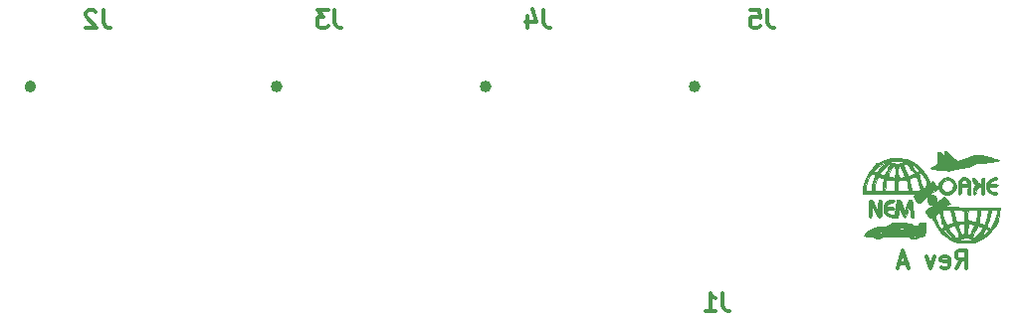
<source format=gbr>
%TF.GenerationSoftware,KiCad,Pcbnew,(5.1.10)-1*%
%TF.CreationDate,2021-08-20T11:56:52+03:00*%
%TF.ProjectId,Connector,436f6e6e-6563-4746-9f72-2e6b69636164,rev?*%
%TF.SameCoordinates,Original*%
%TF.FileFunction,Legend,Bot*%
%TF.FilePolarity,Positive*%
%FSLAX46Y46*%
G04 Gerber Fmt 4.6, Leading zero omitted, Abs format (unit mm)*
G04 Created by KiCad (PCBNEW (5.1.10)-1) date 2021-08-20 11:56:52*
%MOMM*%
%LPD*%
G01*
G04 APERTURE LIST*
%ADD10C,0.300000*%
%ADD11C,0.500000*%
%ADD12C,0.010000*%
G04 APERTURE END LIST*
D10*
X154130000Y-125313571D02*
X154130000Y-126385000D01*
X154201428Y-126599285D01*
X154344285Y-126742142D01*
X154558571Y-126813571D01*
X154701428Y-126813571D01*
X152630000Y-126813571D02*
X153487142Y-126813571D01*
X153058571Y-126813571D02*
X153058571Y-125313571D01*
X153201428Y-125527857D01*
X153344285Y-125670714D01*
X153487142Y-125742142D01*
D11*
X151975000Y-107720000D02*
G75*
G03*
X151975000Y-107720000I-250000J0D01*
G01*
X134195000Y-107720000D02*
G75*
G03*
X134195000Y-107720000I-250000J0D01*
G01*
X116415000Y-107720000D02*
G75*
G03*
X116415000Y-107720000I-250000J0D01*
G01*
X95460000Y-107720000D02*
G75*
G03*
X95460000Y-107720000I-250000J0D01*
G01*
D10*
X157940000Y-101183571D02*
X157940000Y-102255000D01*
X158011428Y-102469285D01*
X158154285Y-102612142D01*
X158368571Y-102683571D01*
X158511428Y-102683571D01*
X156511428Y-101183571D02*
X157225714Y-101183571D01*
X157297142Y-101897857D01*
X157225714Y-101826428D01*
X157082857Y-101755000D01*
X156725714Y-101755000D01*
X156582857Y-101826428D01*
X156511428Y-101897857D01*
X156440000Y-102040714D01*
X156440000Y-102397857D01*
X156511428Y-102540714D01*
X156582857Y-102612142D01*
X156725714Y-102683571D01*
X157082857Y-102683571D01*
X157225714Y-102612142D01*
X157297142Y-102540714D01*
X138890000Y-101183571D02*
X138890000Y-102255000D01*
X138961428Y-102469285D01*
X139104285Y-102612142D01*
X139318571Y-102683571D01*
X139461428Y-102683571D01*
X137532857Y-101683571D02*
X137532857Y-102683571D01*
X137890000Y-101112142D02*
X138247142Y-102183571D01*
X137318571Y-102183571D01*
X121110000Y-101183571D02*
X121110000Y-102255000D01*
X121181428Y-102469285D01*
X121324285Y-102612142D01*
X121538571Y-102683571D01*
X121681428Y-102683571D01*
X120538571Y-101183571D02*
X119610000Y-101183571D01*
X120110000Y-101755000D01*
X119895714Y-101755000D01*
X119752857Y-101826428D01*
X119681428Y-101897857D01*
X119610000Y-102040714D01*
X119610000Y-102397857D01*
X119681428Y-102540714D01*
X119752857Y-102612142D01*
X119895714Y-102683571D01*
X120324285Y-102683571D01*
X120467142Y-102612142D01*
X120538571Y-102540714D01*
X101425000Y-101183571D02*
X101425000Y-102255000D01*
X101496428Y-102469285D01*
X101639285Y-102612142D01*
X101853571Y-102683571D01*
X101996428Y-102683571D01*
X100782142Y-101326428D02*
X100710714Y-101255000D01*
X100567857Y-101183571D01*
X100210714Y-101183571D01*
X100067857Y-101255000D01*
X99996428Y-101326428D01*
X99925000Y-101469285D01*
X99925000Y-101612142D01*
X99996428Y-101826428D01*
X100853571Y-102683571D01*
X99925000Y-102683571D01*
X173964285Y-123178571D02*
X174464285Y-122464285D01*
X174821428Y-123178571D02*
X174821428Y-121678571D01*
X174250000Y-121678571D01*
X174107142Y-121750000D01*
X174035714Y-121821428D01*
X173964285Y-121964285D01*
X173964285Y-122178571D01*
X174035714Y-122321428D01*
X174107142Y-122392857D01*
X174250000Y-122464285D01*
X174821428Y-122464285D01*
X172750000Y-123107142D02*
X172892857Y-123178571D01*
X173178571Y-123178571D01*
X173321428Y-123107142D01*
X173392857Y-122964285D01*
X173392857Y-122392857D01*
X173321428Y-122250000D01*
X173178571Y-122178571D01*
X172892857Y-122178571D01*
X172750000Y-122250000D01*
X172678571Y-122392857D01*
X172678571Y-122535714D01*
X173392857Y-122678571D01*
X172178571Y-122178571D02*
X171821428Y-123178571D01*
X171464285Y-122178571D01*
X169821428Y-122750000D02*
X169107142Y-122750000D01*
X169964285Y-123178571D02*
X169464285Y-121678571D01*
X168964285Y-123178571D01*
D12*
%TO.C,G\u002A\u002A\u002A*%
G36*
X168509698Y-113846049D02*
G01*
X167930061Y-113991589D01*
X167538004Y-114178654D01*
X167361709Y-114261503D01*
X167231740Y-114285495D01*
X167210876Y-114278937D01*
X167152834Y-114271580D01*
X167154059Y-114293030D01*
X167118041Y-114373508D01*
X167004336Y-114521517D01*
X166861579Y-114679424D01*
X166516539Y-115118731D01*
X166254552Y-115617527D01*
X166096283Y-116131515D01*
X166061567Y-116394204D01*
X166032235Y-116854857D01*
X168304274Y-116854857D01*
X168945913Y-116855684D01*
X169455178Y-116858545D01*
X169844830Y-116864013D01*
X170127631Y-116872659D01*
X170316343Y-116885056D01*
X170423726Y-116901775D01*
X170462543Y-116923389D01*
X170445554Y-116950469D01*
X170445088Y-116950811D01*
X170373411Y-117016134D01*
X170366502Y-117090615D01*
X170432178Y-117214578D01*
X170521932Y-117347200D01*
X170649333Y-117519865D01*
X170745470Y-117629836D01*
X170774949Y-117650389D01*
X170850667Y-117609948D01*
X171004167Y-117501643D01*
X171185693Y-117361893D01*
X171382262Y-117212386D01*
X171488105Y-117153024D01*
X171519922Y-117176353D01*
X171513585Y-117215585D01*
X171501659Y-117475524D01*
X171603515Y-117674393D01*
X171789274Y-117779791D01*
X172012133Y-117837539D01*
X171679495Y-118076422D01*
X171498337Y-118212744D01*
X171377521Y-118315582D01*
X171346857Y-118353629D01*
X171391888Y-118467680D01*
X171502408Y-118622630D01*
X171641556Y-118777246D01*
X171772475Y-118890296D01*
X171854857Y-118921892D01*
X171949819Y-118956052D01*
X172053644Y-119120952D01*
X172102142Y-119232615D01*
X172378172Y-119771416D01*
X172742430Y-120217721D01*
X173214420Y-120592130D01*
X173596572Y-120810955D01*
X173822766Y-120914030D01*
X174041627Y-120979666D01*
X174302803Y-121018401D01*
X174655938Y-121040771D01*
X174685143Y-121041987D01*
X175032547Y-121051022D01*
X175284073Y-121040317D01*
X175488381Y-121003402D01*
X175694127Y-120933808D01*
X175787661Y-120895400D01*
X176040986Y-120758906D01*
X175321254Y-120758906D01*
X175271960Y-120801231D01*
X175119138Y-120830534D01*
X174903901Y-120845862D01*
X174667362Y-120846263D01*
X174450634Y-120830785D01*
X174294830Y-120798476D01*
X174262926Y-120783415D01*
X174250424Y-120729917D01*
X174374941Y-120667759D01*
X174485137Y-120633773D01*
X174748943Y-120591221D01*
X175004828Y-120601020D01*
X175209207Y-120656647D01*
X175318497Y-120751580D01*
X175321254Y-120758906D01*
X176040986Y-120758906D01*
X176380418Y-120576017D01*
X176612700Y-120383705D01*
X176215134Y-120383705D01*
X176164800Y-120449402D01*
X176038962Y-120547446D01*
X175890238Y-120641980D01*
X175771245Y-120697150D01*
X175750004Y-120700665D01*
X175760508Y-120660831D01*
X175858937Y-120560469D01*
X175910111Y-120515938D01*
X176086227Y-120379302D01*
X176181524Y-120339090D01*
X176215134Y-120383705D01*
X176612700Y-120383705D01*
X176874642Y-120166837D01*
X176997155Y-120012566D01*
X176694264Y-120012566D01*
X176672302Y-120089806D01*
X176566048Y-120187207D01*
X176400221Y-120291233D01*
X176284028Y-120299873D01*
X176245429Y-120223381D01*
X176283908Y-120121389D01*
X176372183Y-119977775D01*
X176468431Y-119859456D01*
X176540887Y-119851855D01*
X176620230Y-119919985D01*
X176694264Y-120012566D01*
X176997155Y-120012566D01*
X177260245Y-119681281D01*
X177527144Y-119132773D01*
X177665252Y-118534736D01*
X177670018Y-118478590D01*
X177442857Y-118478590D01*
X177391194Y-118834239D01*
X177246387Y-119240683D01*
X177082408Y-119557168D01*
X176973228Y-119723184D01*
X176888684Y-119782610D01*
X176789271Y-119759057D01*
X176764979Y-119746909D01*
X176733074Y-119729955D01*
X176281391Y-119729955D01*
X176099767Y-119979692D01*
X175949777Y-120161393D01*
X175774283Y-120340051D01*
X175609858Y-120481823D01*
X175493074Y-120552864D01*
X175477381Y-120555640D01*
X175392486Y-120513333D01*
X175389148Y-120510100D01*
X175397454Y-120428017D01*
X175413071Y-120386914D01*
X174207546Y-120386914D01*
X174198384Y-120469175D01*
X174140929Y-120528573D01*
X174133715Y-120533911D01*
X174046475Y-120585118D01*
X173966534Y-120582029D01*
X173941515Y-120563153D01*
X173580908Y-120563153D01*
X173516741Y-120549461D01*
X173358168Y-120437440D01*
X173124857Y-120241886D01*
X172962599Y-120091795D01*
X172901236Y-120004661D01*
X172927074Y-119954355D01*
X172964702Y-119936295D01*
X173079960Y-119905733D01*
X173112373Y-119912035D01*
X173163348Y-119978667D01*
X173278575Y-120125117D01*
X173411909Y-120293036D01*
X173547141Y-120477888D01*
X173580908Y-120563153D01*
X173941515Y-120563153D01*
X173868136Y-120507791D01*
X173725524Y-120345553D01*
X173593252Y-120180292D01*
X173444525Y-119984285D01*
X173340811Y-119832595D01*
X173306286Y-119763374D01*
X173366114Y-119717136D01*
X173507687Y-119653483D01*
X173674141Y-119593467D01*
X173808610Y-119558142D01*
X173854254Y-119560500D01*
X173887368Y-119629439D01*
X173963248Y-119794454D01*
X174061065Y-120010093D01*
X174163434Y-120245861D01*
X174207546Y-120386914D01*
X175413071Y-120386914D01*
X175462842Y-120255922D01*
X175571326Y-120030355D01*
X175576624Y-120020243D01*
X175693741Y-119796696D01*
X175779838Y-119630936D01*
X175816948Y-119557561D01*
X175817162Y-119557029D01*
X175880714Y-119568883D01*
X176027100Y-119623175D01*
X176052857Y-119633864D01*
X176281391Y-119729955D01*
X176733074Y-119729955D01*
X176638805Y-119679862D01*
X176591865Y-119652845D01*
X176606052Y-119584338D01*
X176630461Y-119510939D01*
X175547549Y-119510939D01*
X175532942Y-119583200D01*
X175467104Y-119747134D01*
X175378926Y-119936740D01*
X175241358Y-120183558D01*
X175124068Y-120310144D01*
X175034199Y-120338286D01*
X174928153Y-120310560D01*
X174923036Y-120201635D01*
X174929688Y-120175000D01*
X174957928Y-119997793D01*
X174967487Y-119852447D01*
X174685143Y-119852447D01*
X174670638Y-120158338D01*
X174627549Y-120327158D01*
X174594429Y-120359453D01*
X174513183Y-120371734D01*
X174443956Y-120323500D01*
X174367866Y-120190037D01*
X174266032Y-119946632D01*
X174252245Y-119911565D01*
X174173275Y-119698437D01*
X174126243Y-119548376D01*
X174122976Y-119523236D01*
X172904554Y-119523236D01*
X172890592Y-119642454D01*
X172824651Y-119737657D01*
X172733750Y-119803185D01*
X172675860Y-119810804D01*
X172613943Y-119739761D01*
X172510964Y-119569305D01*
X172504279Y-119558143D01*
X172374457Y-119306017D01*
X172267095Y-119039384D01*
X172254643Y-119000456D01*
X172206881Y-118811071D01*
X172222739Y-118694705D01*
X172316578Y-118587853D01*
X172355657Y-118553676D01*
X172543106Y-118392439D01*
X172668353Y-118839220D01*
X172728836Y-119086456D01*
X172761385Y-119284559D01*
X172760488Y-119380484D01*
X172765037Y-119442741D01*
X172791513Y-119435329D01*
X172869552Y-119436166D01*
X172904554Y-119523236D01*
X174122976Y-119523236D01*
X174120054Y-119500752D01*
X174197803Y-119475608D01*
X174364366Y-119438885D01*
X174413000Y-119429539D01*
X174685143Y-119378704D01*
X174685143Y-119852447D01*
X174967487Y-119852447D01*
X174973472Y-119761460D01*
X174974438Y-119699997D01*
X174975429Y-119388280D01*
X175247572Y-119437482D01*
X175429964Y-119475034D01*
X175538673Y-119506019D01*
X175547549Y-119510939D01*
X176630461Y-119510939D01*
X176660085Y-119421860D01*
X176711712Y-119281578D01*
X176805830Y-118990108D01*
X176881296Y-118681428D01*
X176899659Y-118578332D01*
X176924497Y-118440789D01*
X176719341Y-118440789D01*
X176663957Y-118676490D01*
X176653038Y-118712742D01*
X176590266Y-118919719D01*
X176514221Y-119171665D01*
X176495311Y-119234507D01*
X176422056Y-119430261D01*
X176348733Y-119505322D01*
X176287273Y-119498416D01*
X176115359Y-119436272D01*
X176038066Y-119412408D01*
X175950683Y-119359395D01*
X175930483Y-119242174D01*
X175946553Y-119112213D01*
X175975547Y-118859518D01*
X175990226Y-118580822D01*
X175990630Y-118542143D01*
X175991429Y-118233714D01*
X175773714Y-118233714D01*
X175773714Y-118514929D01*
X175760691Y-118773796D01*
X175729101Y-119018838D01*
X175726679Y-119031320D01*
X175690727Y-119173853D01*
X175629414Y-119235968D01*
X175498443Y-119239978D01*
X175349617Y-119221261D01*
X175143583Y-119181092D01*
X175005348Y-119132006D01*
X174979366Y-119111215D01*
X174961339Y-119007711D01*
X174960552Y-118968014D01*
X174712882Y-118968014D01*
X174695291Y-119106225D01*
X174645581Y-119170898D01*
X174550989Y-119197763D01*
X174540000Y-119199522D01*
X174259044Y-119238380D01*
X174086450Y-119234511D01*
X174023073Y-119193335D01*
X173714698Y-119193335D01*
X173692452Y-119305822D01*
X173544260Y-119407474D01*
X173510129Y-119422935D01*
X173333965Y-119488636D01*
X173215106Y-119513393D01*
X173205762Y-119512331D01*
X173143764Y-119441366D01*
X173059037Y-119278306D01*
X173015114Y-119173873D01*
X172922794Y-118897144D01*
X172849803Y-118609458D01*
X172837116Y-118542143D01*
X172785528Y-118233714D01*
X173513710Y-118233714D01*
X173596424Y-118651000D01*
X173647747Y-118900925D01*
X173692963Y-119105846D01*
X173714698Y-119193335D01*
X174023073Y-119193335D01*
X173987628Y-119170307D01*
X173927989Y-119028161D01*
X173890121Y-118868714D01*
X173837407Y-118627127D01*
X173794894Y-118429009D01*
X173779988Y-118357535D01*
X173780815Y-118288079D01*
X173838887Y-118251742D01*
X173983898Y-118241295D01*
X174227225Y-118248677D01*
X174700810Y-118270000D01*
X174711120Y-118720538D01*
X174712882Y-118968014D01*
X174960552Y-118968014D01*
X174957411Y-118809580D01*
X174964002Y-118640059D01*
X174988862Y-118233714D01*
X175773714Y-118233714D01*
X175991429Y-118233714D01*
X176354286Y-118233714D01*
X176581962Y-118247393D01*
X176697828Y-118307087D01*
X176719341Y-118440789D01*
X176924497Y-118440789D01*
X176937101Y-118370998D01*
X176989373Y-118269754D01*
X177089224Y-118236657D01*
X177197097Y-118233714D01*
X177363735Y-118246218D01*
X177430636Y-118313661D01*
X177442857Y-118478590D01*
X177670018Y-118478590D01*
X177678485Y-118378857D01*
X177696857Y-118052286D01*
X175376003Y-118016000D01*
X173055148Y-117979715D01*
X173265094Y-117826863D01*
X173475039Y-117674012D01*
X172994473Y-117076012D01*
X172648788Y-117329769D01*
X172454195Y-117463859D01*
X172353389Y-117508182D01*
X172331142Y-117468798D01*
X172333875Y-117455049D01*
X172317756Y-117245086D01*
X172196854Y-117055189D01*
X172007868Y-116937825D01*
X171964998Y-116927651D01*
X171752482Y-116890840D01*
X172112098Y-116624263D01*
X172313105Y-116481995D01*
X172324504Y-116476206D01*
X170909560Y-116476206D01*
X170875200Y-116582199D01*
X170767321Y-116627294D01*
X170576641Y-116637114D01*
X170556446Y-116637143D01*
X170201463Y-116637143D01*
X170187953Y-116577317D01*
X169945235Y-116577317D01*
X169887116Y-116615724D01*
X169740326Y-116633091D01*
X169478403Y-116637143D01*
X168979024Y-116637143D01*
X169010499Y-116183572D01*
X169028200Y-115947191D01*
X169043171Y-115780231D01*
X169051416Y-115722081D01*
X169121929Y-115708932D01*
X169123604Y-115708689D01*
X168770572Y-115708689D01*
X168770572Y-116637165D01*
X167915842Y-116637143D01*
X167956086Y-116193321D01*
X167986644Y-115949387D01*
X168025252Y-115765326D01*
X168056880Y-115691101D01*
X168160183Y-115663594D01*
X168350037Y-115662397D01*
X168444000Y-115670696D01*
X168770572Y-115708689D01*
X169123604Y-115708689D01*
X169290282Y-115684512D01*
X169398886Y-115669957D01*
X169670685Y-115634413D01*
X167817495Y-115634413D01*
X167784401Y-115788798D01*
X167740946Y-116016899D01*
X167718950Y-116282229D01*
X167718286Y-116328235D01*
X167718286Y-116637143D01*
X166981039Y-116637143D01*
X167028111Y-116401286D01*
X167097814Y-116091392D01*
X167175932Y-115805131D01*
X167252134Y-115574866D01*
X167316088Y-115432962D01*
X167346627Y-115403429D01*
X167451383Y-115425443D01*
X167622051Y-115478634D01*
X167628429Y-115480849D01*
X167776864Y-115546432D01*
X167817495Y-115634413D01*
X169670685Y-115634413D01*
X169736915Y-115625752D01*
X169822508Y-116004448D01*
X169877913Y-116244641D01*
X169925059Y-116440625D01*
X169942942Y-116510143D01*
X169945235Y-116577317D01*
X170187953Y-116577317D01*
X170084143Y-116117636D01*
X170029734Y-115864128D01*
X169994290Y-115673971D01*
X169984503Y-115583590D01*
X169985555Y-115580977D01*
X170057953Y-115545079D01*
X170215823Y-115476392D01*
X170275962Y-115451240D01*
X170427234Y-115394782D01*
X170531711Y-115389645D01*
X170609787Y-115456574D01*
X170681860Y-115616314D01*
X170768324Y-115889612D01*
X170794850Y-115979029D01*
X170879682Y-116283691D01*
X170909560Y-116476206D01*
X172324504Y-116476206D01*
X172430677Y-116422288D01*
X172493097Y-116435047D01*
X172518207Y-116479272D01*
X172601368Y-116609719D01*
X172742055Y-116765409D01*
X172758155Y-116780637D01*
X173010826Y-116930118D01*
X173286810Y-116960055D01*
X173554520Y-116885263D01*
X173782368Y-116720559D01*
X173938769Y-116480758D01*
X173992416Y-116201714D01*
X173741714Y-116201714D01*
X173681657Y-116451243D01*
X173526367Y-116626976D01*
X173313170Y-116713363D01*
X173079389Y-116694851D01*
X172870857Y-116564572D01*
X172751959Y-116363367D01*
X172725515Y-116127738D01*
X172790345Y-115913103D01*
X172887005Y-115806687D01*
X173141464Y-115697821D01*
X173386462Y-115708643D01*
X173588885Y-115823849D01*
X173715615Y-116028133D01*
X173741714Y-116201714D01*
X173992416Y-116201714D01*
X173926384Y-115897307D01*
X173748602Y-115649367D01*
X173489538Y-115488494D01*
X173237012Y-115443013D01*
X172945666Y-115509718D01*
X172689938Y-115686693D01*
X172512298Y-115939225D01*
X172468525Y-116071093D01*
X172421998Y-116282931D01*
X172176900Y-116006465D01*
X172118650Y-115945648D01*
X171476156Y-115945648D01*
X171465364Y-116071854D01*
X171390654Y-116188767D01*
X171332806Y-116252957D01*
X171173612Y-116422411D01*
X170977829Y-115822206D01*
X170893212Y-115546133D01*
X170835067Y-115323391D01*
X170812095Y-115188895D01*
X170814735Y-115167572D01*
X170901388Y-115123243D01*
X170403429Y-115123243D01*
X170343236Y-115178236D01*
X170201980Y-115246411D01*
X170038641Y-115302826D01*
X169931715Y-115322729D01*
X169924452Y-115316015D01*
X169586983Y-115316015D01*
X169586806Y-115381887D01*
X169543351Y-115409409D01*
X169478143Y-115425975D01*
X169247825Y-115475645D01*
X169112220Y-115459805D01*
X169046492Y-115355367D01*
X169025805Y-115139240D01*
X169024572Y-115004286D01*
X169029424Y-114757914D01*
X168803183Y-114757914D01*
X168799014Y-115011694D01*
X168783504Y-115490816D01*
X168489476Y-115443799D01*
X168300263Y-115409063D01*
X168184431Y-115379345D01*
X168171333Y-115372666D01*
X168187206Y-115300074D01*
X168187877Y-115298377D01*
X167088284Y-115298377D01*
X167060050Y-115422788D01*
X166995153Y-115602021D01*
X166903553Y-115893194D01*
X166830947Y-116203256D01*
X166815878Y-116292429D01*
X166779670Y-116499778D01*
X166728131Y-116601031D01*
X166628276Y-116634157D01*
X166516411Y-116637143D01*
X166347664Y-116624360D01*
X166279241Y-116560597D01*
X166266857Y-116422151D01*
X166297706Y-116201914D01*
X166377300Y-115918530D01*
X166486212Y-115625117D01*
X166605015Y-115374795D01*
X166701821Y-115232858D01*
X166827807Y-115142696D01*
X166960882Y-115169037D01*
X166977130Y-115177450D01*
X167061249Y-115230860D01*
X167088284Y-115298377D01*
X168187877Y-115298377D01*
X168252556Y-115134907D01*
X168340390Y-114940561D01*
X168479233Y-114685511D01*
X168598186Y-114556379D01*
X168674044Y-114532572D01*
X168749087Y-114547018D01*
X168789371Y-114611541D01*
X168803183Y-114757914D01*
X169029424Y-114757914D01*
X169029624Y-114747774D01*
X169050798Y-114604722D01*
X169097113Y-114543622D01*
X169159643Y-114532572D01*
X169262426Y-114581684D01*
X169366163Y-114741523D01*
X169449929Y-114938172D01*
X169541989Y-115179030D01*
X169586983Y-115316015D01*
X169924452Y-115316015D01*
X169867420Y-115263295D01*
X169768966Y-115104363D01*
X169659050Y-114883269D01*
X169555035Y-114645189D01*
X169508732Y-114502288D01*
X169515304Y-114418773D01*
X169522202Y-114411203D01*
X168299472Y-114411203D01*
X168278640Y-114528188D01*
X168191883Y-114735100D01*
X168129729Y-114863795D01*
X167994964Y-115118120D01*
X167884845Y-115254798D01*
X167768312Y-115290210D01*
X167614303Y-115240736D01*
X167513025Y-115189010D01*
X167507210Y-115116399D01*
X167584280Y-114978872D01*
X167717243Y-114806346D01*
X167879110Y-114628741D01*
X168042888Y-114475976D01*
X168181587Y-114377968D01*
X168260549Y-114360409D01*
X168299472Y-114411203D01*
X169522202Y-114411203D01*
X169569913Y-114358851D01*
X169586478Y-114346323D01*
X169686629Y-114298666D01*
X169789386Y-114335431D01*
X169915439Y-114444022D01*
X170036559Y-114590931D01*
X170082976Y-114713292D01*
X170079556Y-114733136D01*
X170080899Y-114796724D01*
X170109009Y-114789127D01*
X170186811Y-114813282D01*
X170291068Y-114913583D01*
X170377298Y-115039552D01*
X170403429Y-115123243D01*
X170901388Y-115123243D01*
X170906217Y-115120773D01*
X170976507Y-115113143D01*
X171094977Y-115183052D01*
X171236344Y-115387924D01*
X171298796Y-115507718D01*
X171421233Y-115770739D01*
X171476156Y-115945648D01*
X172118650Y-115945648D01*
X172025216Y-115848097D01*
X171932143Y-115792050D01*
X171870380Y-115823659D01*
X171860990Y-115836756D01*
X171817288Y-115897045D01*
X171778593Y-115907465D01*
X171727298Y-115847862D01*
X171645800Y-115698082D01*
X171521506Y-115448119D01*
X171307975Y-115099569D01*
X171112881Y-114859305D01*
X170813695Y-114859305D01*
X170811588Y-114931996D01*
X170764384Y-114969921D01*
X170700557Y-114995226D01*
X170632264Y-114972924D01*
X170538578Y-114884257D01*
X170398569Y-114710467D01*
X170242676Y-114502309D01*
X170085999Y-114290617D01*
X170321624Y-114429737D01*
X170529304Y-114573296D01*
X170708264Y-114729626D01*
X170714294Y-114735965D01*
X170813695Y-114859305D01*
X171112881Y-114859305D01*
X171022811Y-114748382D01*
X170705522Y-114436918D01*
X170395618Y-114207537D01*
X170330857Y-114171523D01*
X170236279Y-114134209D01*
X169505533Y-114134209D01*
X169475212Y-114174559D01*
X169349292Y-114225078D01*
X168960690Y-114304675D01*
X168573813Y-114249341D01*
X168509258Y-114228117D01*
X168351829Y-114169135D01*
X168331793Y-114146855D01*
X168044857Y-114146855D01*
X167777367Y-114407738D01*
X167593256Y-114600687D01*
X167436177Y-114787741D01*
X167388020Y-114854596D01*
X167280613Y-114997268D01*
X167191205Y-115030228D01*
X167068920Y-114971524D01*
X167065143Y-114969128D01*
X167007232Y-114906963D01*
X167043710Y-114823258D01*
X167137715Y-114725092D01*
X167307030Y-114588687D01*
X167540318Y-114432234D01*
X167682000Y-114348566D01*
X168044857Y-114146855D01*
X168331793Y-114146855D01*
X168320711Y-114134533D01*
X168405020Y-114101314D01*
X168444000Y-114090208D01*
X168675343Y-114051474D01*
X168959005Y-114038729D01*
X169229819Y-114051937D01*
X169421864Y-114090765D01*
X169505533Y-114134209D01*
X170236279Y-114134209D01*
X169733770Y-113935955D01*
X169118825Y-113827484D01*
X168509698Y-113846049D01*
G37*
X168509698Y-113846049D02*
X167930061Y-113991589D01*
X167538004Y-114178654D01*
X167361709Y-114261503D01*
X167231740Y-114285495D01*
X167210876Y-114278937D01*
X167152834Y-114271580D01*
X167154059Y-114293030D01*
X167118041Y-114373508D01*
X167004336Y-114521517D01*
X166861579Y-114679424D01*
X166516539Y-115118731D01*
X166254552Y-115617527D01*
X166096283Y-116131515D01*
X166061567Y-116394204D01*
X166032235Y-116854857D01*
X168304274Y-116854857D01*
X168945913Y-116855684D01*
X169455178Y-116858545D01*
X169844830Y-116864013D01*
X170127631Y-116872659D01*
X170316343Y-116885056D01*
X170423726Y-116901775D01*
X170462543Y-116923389D01*
X170445554Y-116950469D01*
X170445088Y-116950811D01*
X170373411Y-117016134D01*
X170366502Y-117090615D01*
X170432178Y-117214578D01*
X170521932Y-117347200D01*
X170649333Y-117519865D01*
X170745470Y-117629836D01*
X170774949Y-117650389D01*
X170850667Y-117609948D01*
X171004167Y-117501643D01*
X171185693Y-117361893D01*
X171382262Y-117212386D01*
X171488105Y-117153024D01*
X171519922Y-117176353D01*
X171513585Y-117215585D01*
X171501659Y-117475524D01*
X171603515Y-117674393D01*
X171789274Y-117779791D01*
X172012133Y-117837539D01*
X171679495Y-118076422D01*
X171498337Y-118212744D01*
X171377521Y-118315582D01*
X171346857Y-118353629D01*
X171391888Y-118467680D01*
X171502408Y-118622630D01*
X171641556Y-118777246D01*
X171772475Y-118890296D01*
X171854857Y-118921892D01*
X171949819Y-118956052D01*
X172053644Y-119120952D01*
X172102142Y-119232615D01*
X172378172Y-119771416D01*
X172742430Y-120217721D01*
X173214420Y-120592130D01*
X173596572Y-120810955D01*
X173822766Y-120914030D01*
X174041627Y-120979666D01*
X174302803Y-121018401D01*
X174655938Y-121040771D01*
X174685143Y-121041987D01*
X175032547Y-121051022D01*
X175284073Y-121040317D01*
X175488381Y-121003402D01*
X175694127Y-120933808D01*
X175787661Y-120895400D01*
X176040986Y-120758906D01*
X175321254Y-120758906D01*
X175271960Y-120801231D01*
X175119138Y-120830534D01*
X174903901Y-120845862D01*
X174667362Y-120846263D01*
X174450634Y-120830785D01*
X174294830Y-120798476D01*
X174262926Y-120783415D01*
X174250424Y-120729917D01*
X174374941Y-120667759D01*
X174485137Y-120633773D01*
X174748943Y-120591221D01*
X175004828Y-120601020D01*
X175209207Y-120656647D01*
X175318497Y-120751580D01*
X175321254Y-120758906D01*
X176040986Y-120758906D01*
X176380418Y-120576017D01*
X176612700Y-120383705D01*
X176215134Y-120383705D01*
X176164800Y-120449402D01*
X176038962Y-120547446D01*
X175890238Y-120641980D01*
X175771245Y-120697150D01*
X175750004Y-120700665D01*
X175760508Y-120660831D01*
X175858937Y-120560469D01*
X175910111Y-120515938D01*
X176086227Y-120379302D01*
X176181524Y-120339090D01*
X176215134Y-120383705D01*
X176612700Y-120383705D01*
X176874642Y-120166837D01*
X176997155Y-120012566D01*
X176694264Y-120012566D01*
X176672302Y-120089806D01*
X176566048Y-120187207D01*
X176400221Y-120291233D01*
X176284028Y-120299873D01*
X176245429Y-120223381D01*
X176283908Y-120121389D01*
X176372183Y-119977775D01*
X176468431Y-119859456D01*
X176540887Y-119851855D01*
X176620230Y-119919985D01*
X176694264Y-120012566D01*
X176997155Y-120012566D01*
X177260245Y-119681281D01*
X177527144Y-119132773D01*
X177665252Y-118534736D01*
X177670018Y-118478590D01*
X177442857Y-118478590D01*
X177391194Y-118834239D01*
X177246387Y-119240683D01*
X177082408Y-119557168D01*
X176973228Y-119723184D01*
X176888684Y-119782610D01*
X176789271Y-119759057D01*
X176764979Y-119746909D01*
X176733074Y-119729955D01*
X176281391Y-119729955D01*
X176099767Y-119979692D01*
X175949777Y-120161393D01*
X175774283Y-120340051D01*
X175609858Y-120481823D01*
X175493074Y-120552864D01*
X175477381Y-120555640D01*
X175392486Y-120513333D01*
X175389148Y-120510100D01*
X175397454Y-120428017D01*
X175413071Y-120386914D01*
X174207546Y-120386914D01*
X174198384Y-120469175D01*
X174140929Y-120528573D01*
X174133715Y-120533911D01*
X174046475Y-120585118D01*
X173966534Y-120582029D01*
X173941515Y-120563153D01*
X173580908Y-120563153D01*
X173516741Y-120549461D01*
X173358168Y-120437440D01*
X173124857Y-120241886D01*
X172962599Y-120091795D01*
X172901236Y-120004661D01*
X172927074Y-119954355D01*
X172964702Y-119936295D01*
X173079960Y-119905733D01*
X173112373Y-119912035D01*
X173163348Y-119978667D01*
X173278575Y-120125117D01*
X173411909Y-120293036D01*
X173547141Y-120477888D01*
X173580908Y-120563153D01*
X173941515Y-120563153D01*
X173868136Y-120507791D01*
X173725524Y-120345553D01*
X173593252Y-120180292D01*
X173444525Y-119984285D01*
X173340811Y-119832595D01*
X173306286Y-119763374D01*
X173366114Y-119717136D01*
X173507687Y-119653483D01*
X173674141Y-119593467D01*
X173808610Y-119558142D01*
X173854254Y-119560500D01*
X173887368Y-119629439D01*
X173963248Y-119794454D01*
X174061065Y-120010093D01*
X174163434Y-120245861D01*
X174207546Y-120386914D01*
X175413071Y-120386914D01*
X175462842Y-120255922D01*
X175571326Y-120030355D01*
X175576624Y-120020243D01*
X175693741Y-119796696D01*
X175779838Y-119630936D01*
X175816948Y-119557561D01*
X175817162Y-119557029D01*
X175880714Y-119568883D01*
X176027100Y-119623175D01*
X176052857Y-119633864D01*
X176281391Y-119729955D01*
X176733074Y-119729955D01*
X176638805Y-119679862D01*
X176591865Y-119652845D01*
X176606052Y-119584338D01*
X176630461Y-119510939D01*
X175547549Y-119510939D01*
X175532942Y-119583200D01*
X175467104Y-119747134D01*
X175378926Y-119936740D01*
X175241358Y-120183558D01*
X175124068Y-120310144D01*
X175034199Y-120338286D01*
X174928153Y-120310560D01*
X174923036Y-120201635D01*
X174929688Y-120175000D01*
X174957928Y-119997793D01*
X174967487Y-119852447D01*
X174685143Y-119852447D01*
X174670638Y-120158338D01*
X174627549Y-120327158D01*
X174594429Y-120359453D01*
X174513183Y-120371734D01*
X174443956Y-120323500D01*
X174367866Y-120190037D01*
X174266032Y-119946632D01*
X174252245Y-119911565D01*
X174173275Y-119698437D01*
X174126243Y-119548376D01*
X174122976Y-119523236D01*
X172904554Y-119523236D01*
X172890592Y-119642454D01*
X172824651Y-119737657D01*
X172733750Y-119803185D01*
X172675860Y-119810804D01*
X172613943Y-119739761D01*
X172510964Y-119569305D01*
X172504279Y-119558143D01*
X172374457Y-119306017D01*
X172267095Y-119039384D01*
X172254643Y-119000456D01*
X172206881Y-118811071D01*
X172222739Y-118694705D01*
X172316578Y-118587853D01*
X172355657Y-118553676D01*
X172543106Y-118392439D01*
X172668353Y-118839220D01*
X172728836Y-119086456D01*
X172761385Y-119284559D01*
X172760488Y-119380484D01*
X172765037Y-119442741D01*
X172791513Y-119435329D01*
X172869552Y-119436166D01*
X172904554Y-119523236D01*
X174122976Y-119523236D01*
X174120054Y-119500752D01*
X174197803Y-119475608D01*
X174364366Y-119438885D01*
X174413000Y-119429539D01*
X174685143Y-119378704D01*
X174685143Y-119852447D01*
X174967487Y-119852447D01*
X174973472Y-119761460D01*
X174974438Y-119699997D01*
X174975429Y-119388280D01*
X175247572Y-119437482D01*
X175429964Y-119475034D01*
X175538673Y-119506019D01*
X175547549Y-119510939D01*
X176630461Y-119510939D01*
X176660085Y-119421860D01*
X176711712Y-119281578D01*
X176805830Y-118990108D01*
X176881296Y-118681428D01*
X176899659Y-118578332D01*
X176924497Y-118440789D01*
X176719341Y-118440789D01*
X176663957Y-118676490D01*
X176653038Y-118712742D01*
X176590266Y-118919719D01*
X176514221Y-119171665D01*
X176495311Y-119234507D01*
X176422056Y-119430261D01*
X176348733Y-119505322D01*
X176287273Y-119498416D01*
X176115359Y-119436272D01*
X176038066Y-119412408D01*
X175950683Y-119359395D01*
X175930483Y-119242174D01*
X175946553Y-119112213D01*
X175975547Y-118859518D01*
X175990226Y-118580822D01*
X175990630Y-118542143D01*
X175991429Y-118233714D01*
X175773714Y-118233714D01*
X175773714Y-118514929D01*
X175760691Y-118773796D01*
X175729101Y-119018838D01*
X175726679Y-119031320D01*
X175690727Y-119173853D01*
X175629414Y-119235968D01*
X175498443Y-119239978D01*
X175349617Y-119221261D01*
X175143583Y-119181092D01*
X175005348Y-119132006D01*
X174979366Y-119111215D01*
X174961339Y-119007711D01*
X174960552Y-118968014D01*
X174712882Y-118968014D01*
X174695291Y-119106225D01*
X174645581Y-119170898D01*
X174550989Y-119197763D01*
X174540000Y-119199522D01*
X174259044Y-119238380D01*
X174086450Y-119234511D01*
X174023073Y-119193335D01*
X173714698Y-119193335D01*
X173692452Y-119305822D01*
X173544260Y-119407474D01*
X173510129Y-119422935D01*
X173333965Y-119488636D01*
X173215106Y-119513393D01*
X173205762Y-119512331D01*
X173143764Y-119441366D01*
X173059037Y-119278306D01*
X173015114Y-119173873D01*
X172922794Y-118897144D01*
X172849803Y-118609458D01*
X172837116Y-118542143D01*
X172785528Y-118233714D01*
X173513710Y-118233714D01*
X173596424Y-118651000D01*
X173647747Y-118900925D01*
X173692963Y-119105846D01*
X173714698Y-119193335D01*
X174023073Y-119193335D01*
X173987628Y-119170307D01*
X173927989Y-119028161D01*
X173890121Y-118868714D01*
X173837407Y-118627127D01*
X173794894Y-118429009D01*
X173779988Y-118357535D01*
X173780815Y-118288079D01*
X173838887Y-118251742D01*
X173983898Y-118241295D01*
X174227225Y-118248677D01*
X174700810Y-118270000D01*
X174711120Y-118720538D01*
X174712882Y-118968014D01*
X174960552Y-118968014D01*
X174957411Y-118809580D01*
X174964002Y-118640059D01*
X174988862Y-118233714D01*
X175773714Y-118233714D01*
X175991429Y-118233714D01*
X176354286Y-118233714D01*
X176581962Y-118247393D01*
X176697828Y-118307087D01*
X176719341Y-118440789D01*
X176924497Y-118440789D01*
X176937101Y-118370998D01*
X176989373Y-118269754D01*
X177089224Y-118236657D01*
X177197097Y-118233714D01*
X177363735Y-118246218D01*
X177430636Y-118313661D01*
X177442857Y-118478590D01*
X177670018Y-118478590D01*
X177678485Y-118378857D01*
X177696857Y-118052286D01*
X175376003Y-118016000D01*
X173055148Y-117979715D01*
X173265094Y-117826863D01*
X173475039Y-117674012D01*
X172994473Y-117076012D01*
X172648788Y-117329769D01*
X172454195Y-117463859D01*
X172353389Y-117508182D01*
X172331142Y-117468798D01*
X172333875Y-117455049D01*
X172317756Y-117245086D01*
X172196854Y-117055189D01*
X172007868Y-116937825D01*
X171964998Y-116927651D01*
X171752482Y-116890840D01*
X172112098Y-116624263D01*
X172313105Y-116481995D01*
X172324504Y-116476206D01*
X170909560Y-116476206D01*
X170875200Y-116582199D01*
X170767321Y-116627294D01*
X170576641Y-116637114D01*
X170556446Y-116637143D01*
X170201463Y-116637143D01*
X170187953Y-116577317D01*
X169945235Y-116577317D01*
X169887116Y-116615724D01*
X169740326Y-116633091D01*
X169478403Y-116637143D01*
X168979024Y-116637143D01*
X169010499Y-116183572D01*
X169028200Y-115947191D01*
X169043171Y-115780231D01*
X169051416Y-115722081D01*
X169121929Y-115708932D01*
X169123604Y-115708689D01*
X168770572Y-115708689D01*
X168770572Y-116637165D01*
X167915842Y-116637143D01*
X167956086Y-116193321D01*
X167986644Y-115949387D01*
X168025252Y-115765326D01*
X168056880Y-115691101D01*
X168160183Y-115663594D01*
X168350037Y-115662397D01*
X168444000Y-115670696D01*
X168770572Y-115708689D01*
X169123604Y-115708689D01*
X169290282Y-115684512D01*
X169398886Y-115669957D01*
X169670685Y-115634413D01*
X167817495Y-115634413D01*
X167784401Y-115788798D01*
X167740946Y-116016899D01*
X167718950Y-116282229D01*
X167718286Y-116328235D01*
X167718286Y-116637143D01*
X166981039Y-116637143D01*
X167028111Y-116401286D01*
X167097814Y-116091392D01*
X167175932Y-115805131D01*
X167252134Y-115574866D01*
X167316088Y-115432962D01*
X167346627Y-115403429D01*
X167451383Y-115425443D01*
X167622051Y-115478634D01*
X167628429Y-115480849D01*
X167776864Y-115546432D01*
X167817495Y-115634413D01*
X169670685Y-115634413D01*
X169736915Y-115625752D01*
X169822508Y-116004448D01*
X169877913Y-116244641D01*
X169925059Y-116440625D01*
X169942942Y-116510143D01*
X169945235Y-116577317D01*
X170187953Y-116577317D01*
X170084143Y-116117636D01*
X170029734Y-115864128D01*
X169994290Y-115673971D01*
X169984503Y-115583590D01*
X169985555Y-115580977D01*
X170057953Y-115545079D01*
X170215823Y-115476392D01*
X170275962Y-115451240D01*
X170427234Y-115394782D01*
X170531711Y-115389645D01*
X170609787Y-115456574D01*
X170681860Y-115616314D01*
X170768324Y-115889612D01*
X170794850Y-115979029D01*
X170879682Y-116283691D01*
X170909560Y-116476206D01*
X172324504Y-116476206D01*
X172430677Y-116422288D01*
X172493097Y-116435047D01*
X172518207Y-116479272D01*
X172601368Y-116609719D01*
X172742055Y-116765409D01*
X172758155Y-116780637D01*
X173010826Y-116930118D01*
X173286810Y-116960055D01*
X173554520Y-116885263D01*
X173782368Y-116720559D01*
X173938769Y-116480758D01*
X173992416Y-116201714D01*
X173741714Y-116201714D01*
X173681657Y-116451243D01*
X173526367Y-116626976D01*
X173313170Y-116713363D01*
X173079389Y-116694851D01*
X172870857Y-116564572D01*
X172751959Y-116363367D01*
X172725515Y-116127738D01*
X172790345Y-115913103D01*
X172887005Y-115806687D01*
X173141464Y-115697821D01*
X173386462Y-115708643D01*
X173588885Y-115823849D01*
X173715615Y-116028133D01*
X173741714Y-116201714D01*
X173992416Y-116201714D01*
X173926384Y-115897307D01*
X173748602Y-115649367D01*
X173489538Y-115488494D01*
X173237012Y-115443013D01*
X172945666Y-115509718D01*
X172689938Y-115686693D01*
X172512298Y-115939225D01*
X172468525Y-116071093D01*
X172421998Y-116282931D01*
X172176900Y-116006465D01*
X172118650Y-115945648D01*
X171476156Y-115945648D01*
X171465364Y-116071854D01*
X171390654Y-116188767D01*
X171332806Y-116252957D01*
X171173612Y-116422411D01*
X170977829Y-115822206D01*
X170893212Y-115546133D01*
X170835067Y-115323391D01*
X170812095Y-115188895D01*
X170814735Y-115167572D01*
X170901388Y-115123243D01*
X170403429Y-115123243D01*
X170343236Y-115178236D01*
X170201980Y-115246411D01*
X170038641Y-115302826D01*
X169931715Y-115322729D01*
X169924452Y-115316015D01*
X169586983Y-115316015D01*
X169586806Y-115381887D01*
X169543351Y-115409409D01*
X169478143Y-115425975D01*
X169247825Y-115475645D01*
X169112220Y-115459805D01*
X169046492Y-115355367D01*
X169025805Y-115139240D01*
X169024572Y-115004286D01*
X169029424Y-114757914D01*
X168803183Y-114757914D01*
X168799014Y-115011694D01*
X168783504Y-115490816D01*
X168489476Y-115443799D01*
X168300263Y-115409063D01*
X168184431Y-115379345D01*
X168171333Y-115372666D01*
X168187206Y-115300074D01*
X168187877Y-115298377D01*
X167088284Y-115298377D01*
X167060050Y-115422788D01*
X166995153Y-115602021D01*
X166903553Y-115893194D01*
X166830947Y-116203256D01*
X166815878Y-116292429D01*
X166779670Y-116499778D01*
X166728131Y-116601031D01*
X166628276Y-116634157D01*
X166516411Y-116637143D01*
X166347664Y-116624360D01*
X166279241Y-116560597D01*
X166266857Y-116422151D01*
X166297706Y-116201914D01*
X166377300Y-115918530D01*
X166486212Y-115625117D01*
X166605015Y-115374795D01*
X166701821Y-115232858D01*
X166827807Y-115142696D01*
X166960882Y-115169037D01*
X166977130Y-115177450D01*
X167061249Y-115230860D01*
X167088284Y-115298377D01*
X168187877Y-115298377D01*
X168252556Y-115134907D01*
X168340390Y-114940561D01*
X168479233Y-114685511D01*
X168598186Y-114556379D01*
X168674044Y-114532572D01*
X168749087Y-114547018D01*
X168789371Y-114611541D01*
X168803183Y-114757914D01*
X169029424Y-114757914D01*
X169029624Y-114747774D01*
X169050798Y-114604722D01*
X169097113Y-114543622D01*
X169159643Y-114532572D01*
X169262426Y-114581684D01*
X169366163Y-114741523D01*
X169449929Y-114938172D01*
X169541989Y-115179030D01*
X169586983Y-115316015D01*
X169924452Y-115316015D01*
X169867420Y-115263295D01*
X169768966Y-115104363D01*
X169659050Y-114883269D01*
X169555035Y-114645189D01*
X169508732Y-114502288D01*
X169515304Y-114418773D01*
X169522202Y-114411203D01*
X168299472Y-114411203D01*
X168278640Y-114528188D01*
X168191883Y-114735100D01*
X168129729Y-114863795D01*
X167994964Y-115118120D01*
X167884845Y-115254798D01*
X167768312Y-115290210D01*
X167614303Y-115240736D01*
X167513025Y-115189010D01*
X167507210Y-115116399D01*
X167584280Y-114978872D01*
X167717243Y-114806346D01*
X167879110Y-114628741D01*
X168042888Y-114475976D01*
X168181587Y-114377968D01*
X168260549Y-114360409D01*
X168299472Y-114411203D01*
X169522202Y-114411203D01*
X169569913Y-114358851D01*
X169586478Y-114346323D01*
X169686629Y-114298666D01*
X169789386Y-114335431D01*
X169915439Y-114444022D01*
X170036559Y-114590931D01*
X170082976Y-114713292D01*
X170079556Y-114733136D01*
X170080899Y-114796724D01*
X170109009Y-114789127D01*
X170186811Y-114813282D01*
X170291068Y-114913583D01*
X170377298Y-115039552D01*
X170403429Y-115123243D01*
X170901388Y-115123243D01*
X170906217Y-115120773D01*
X170976507Y-115113143D01*
X171094977Y-115183052D01*
X171236344Y-115387924D01*
X171298796Y-115507718D01*
X171421233Y-115770739D01*
X171476156Y-115945648D01*
X172118650Y-115945648D01*
X172025216Y-115848097D01*
X171932143Y-115792050D01*
X171870380Y-115823659D01*
X171860990Y-115836756D01*
X171817288Y-115897045D01*
X171778593Y-115907465D01*
X171727298Y-115847862D01*
X171645800Y-115698082D01*
X171521506Y-115448119D01*
X171307975Y-115099569D01*
X171112881Y-114859305D01*
X170813695Y-114859305D01*
X170811588Y-114931996D01*
X170764384Y-114969921D01*
X170700557Y-114995226D01*
X170632264Y-114972924D01*
X170538578Y-114884257D01*
X170398569Y-114710467D01*
X170242676Y-114502309D01*
X170085999Y-114290617D01*
X170321624Y-114429737D01*
X170529304Y-114573296D01*
X170708264Y-114729626D01*
X170714294Y-114735965D01*
X170813695Y-114859305D01*
X171112881Y-114859305D01*
X171022811Y-114748382D01*
X170705522Y-114436918D01*
X170395618Y-114207537D01*
X170330857Y-114171523D01*
X170236279Y-114134209D01*
X169505533Y-114134209D01*
X169475212Y-114174559D01*
X169349292Y-114225078D01*
X168960690Y-114304675D01*
X168573813Y-114249341D01*
X168509258Y-114228117D01*
X168351829Y-114169135D01*
X168331793Y-114146855D01*
X168044857Y-114146855D01*
X167777367Y-114407738D01*
X167593256Y-114600687D01*
X167436177Y-114787741D01*
X167388020Y-114854596D01*
X167280613Y-114997268D01*
X167191205Y-115030228D01*
X167068920Y-114971524D01*
X167065143Y-114969128D01*
X167007232Y-114906963D01*
X167043710Y-114823258D01*
X167137715Y-114725092D01*
X167307030Y-114588687D01*
X167540318Y-114432234D01*
X167682000Y-114348566D01*
X168044857Y-114146855D01*
X168331793Y-114146855D01*
X168320711Y-114134533D01*
X168405020Y-114101314D01*
X168444000Y-114090208D01*
X168675343Y-114051474D01*
X168959005Y-114038729D01*
X169229819Y-114051937D01*
X169421864Y-114090765D01*
X169505533Y-114134209D01*
X170236279Y-114134209D01*
X169733770Y-113935955D01*
X169118825Y-113827484D01*
X168509698Y-113846049D01*
G36*
X168643285Y-119288823D02*
G01*
X168526433Y-119308215D01*
X168516572Y-119314765D01*
X168362711Y-119460425D01*
X168151446Y-119582666D01*
X167941589Y-119652701D01*
X167822921Y-119654282D01*
X167635942Y-119649169D01*
X167361111Y-119690765D01*
X167043783Y-119768142D01*
X166729316Y-119870374D01*
X166479844Y-119977841D01*
X166258360Y-120140877D01*
X166177126Y-120298852D01*
X166164811Y-120402679D01*
X166200109Y-120457756D01*
X166314910Y-120479525D01*
X166541105Y-120483426D01*
X166558321Y-120483429D01*
X166865157Y-120504531D01*
X167040652Y-120568938D01*
X167065143Y-120592286D01*
X167224184Y-120683480D01*
X167435525Y-120689114D01*
X167635610Y-120611058D01*
X167681294Y-120574143D01*
X167748250Y-120525244D01*
X167844630Y-120491660D01*
X167994231Y-120471383D01*
X168220851Y-120462400D01*
X168548289Y-120462702D01*
X168927706Y-120468835D01*
X169311010Y-120479834D01*
X169637251Y-120495925D01*
X169881620Y-120515344D01*
X170019307Y-120536329D01*
X170040572Y-120547900D01*
X170103669Y-120635198D01*
X170256736Y-120692864D01*
X170445438Y-120706836D01*
X170566715Y-120684089D01*
X170709877Y-120615296D01*
X170766286Y-120549953D01*
X170828957Y-120501309D01*
X170965857Y-120482318D01*
X171142325Y-120465586D01*
X171175215Y-120446039D01*
X170519113Y-120446039D01*
X170512286Y-120483429D01*
X170419506Y-120553232D01*
X170399146Y-120556000D01*
X170332812Y-120500647D01*
X170330857Y-120483429D01*
X170350867Y-120461854D01*
X167527831Y-120461854D01*
X167428000Y-120471970D01*
X167324976Y-120460565D01*
X167337286Y-120435366D01*
X167485865Y-120425781D01*
X167518714Y-120435366D01*
X167527831Y-120461854D01*
X170350867Y-120461854D01*
X170389928Y-120419739D01*
X170443997Y-120410857D01*
X170519113Y-120446039D01*
X171175215Y-120446039D01*
X171253655Y-120399421D01*
X171316892Y-120256279D01*
X171318414Y-120244562D01*
X170664191Y-120244562D01*
X170654330Y-120270729D01*
X170584272Y-120335078D01*
X170551829Y-120265714D01*
X170403429Y-120265714D01*
X170376876Y-120325449D01*
X170355048Y-120314095D01*
X170350169Y-120265714D01*
X170222000Y-120265714D01*
X170216246Y-120332588D01*
X170189997Y-120338286D01*
X170116096Y-120285606D01*
X170113143Y-120265714D01*
X169822857Y-120265714D01*
X169770771Y-120336209D01*
X169754569Y-120338286D01*
X169656283Y-120285534D01*
X169641429Y-120265714D01*
X169645098Y-120251855D01*
X167644603Y-120251855D01*
X167632859Y-120333071D01*
X167603310Y-120302000D01*
X167210286Y-120302000D01*
X167194759Y-120398826D01*
X167181765Y-120410857D01*
X167134970Y-120354110D01*
X167111471Y-120302000D01*
X167109962Y-120208553D01*
X167139992Y-120193143D01*
X167202367Y-120251958D01*
X167210286Y-120302000D01*
X167603310Y-120302000D01*
X167582689Y-120280318D01*
X167573143Y-120265714D01*
X167549124Y-120217334D01*
X167403810Y-120217334D01*
X167393848Y-120260477D01*
X167355429Y-120265714D01*
X167295694Y-120239162D01*
X167307048Y-120217334D01*
X167393173Y-120208648D01*
X167403810Y-120217334D01*
X167549124Y-120217334D01*
X167511532Y-120141618D01*
X167501683Y-120098146D01*
X167546107Y-120071803D01*
X167573143Y-120084286D01*
X167636288Y-120187853D01*
X167644603Y-120251855D01*
X169645098Y-120251855D01*
X169657881Y-120203586D01*
X169709717Y-120193143D01*
X169809011Y-120231033D01*
X169822857Y-120265714D01*
X170113143Y-120265714D01*
X170137903Y-120195030D01*
X170145146Y-120193143D01*
X170207105Y-120243996D01*
X170222000Y-120265714D01*
X170350169Y-120265714D01*
X170346362Y-120227970D01*
X170355048Y-120217334D01*
X170398191Y-120227295D01*
X170403429Y-120265714D01*
X170551829Y-120265714D01*
X170549991Y-120261786D01*
X170548572Y-120225146D01*
X170584277Y-120150401D01*
X170622327Y-120157589D01*
X170664191Y-120244562D01*
X171318414Y-120244562D01*
X171340817Y-120072191D01*
X170379238Y-120072191D01*
X170369276Y-120115334D01*
X170330857Y-120120572D01*
X170271123Y-120094019D01*
X170282476Y-120072191D01*
X170368602Y-120063505D01*
X170379238Y-120072191D01*
X171340817Y-120072191D01*
X171348678Y-120011714D01*
X171056572Y-120011714D01*
X171020286Y-120048000D01*
X171008191Y-120035905D01*
X167428000Y-120035905D01*
X167369048Y-120089608D01*
X167319143Y-120096381D01*
X167222477Y-120063630D01*
X167210286Y-120035905D01*
X167269238Y-119982202D01*
X167319143Y-119975429D01*
X167415809Y-120008180D01*
X167428000Y-120035905D01*
X171008191Y-120035905D01*
X170984000Y-120011714D01*
X171020286Y-119975429D01*
X171056572Y-120011714D01*
X171348678Y-120011714D01*
X171349081Y-120008619D01*
X171357611Y-119860722D01*
X169532572Y-119860722D01*
X169501028Y-119924630D01*
X169384201Y-119922645D01*
X169296714Y-119902281D01*
X169085373Y-119848619D01*
X168915714Y-119807692D01*
X168898038Y-119788467D01*
X169002267Y-119772967D01*
X169151572Y-119766133D01*
X169388220Y-119771945D01*
X169506472Y-119806944D01*
X169532572Y-119860722D01*
X171357611Y-119860722D01*
X171358340Y-119848098D01*
X171367732Y-119648857D01*
X169968000Y-119648857D01*
X169931715Y-119685143D01*
X169895429Y-119648857D01*
X169931715Y-119612572D01*
X169968000Y-119648857D01*
X171367732Y-119648857D01*
X171383143Y-119321959D01*
X171115891Y-119322122D01*
X170918990Y-119344313D01*
X170820984Y-119423325D01*
X170802572Y-119467429D01*
X170738866Y-119564052D01*
X170602120Y-119605677D01*
X170452967Y-119611460D01*
X170400313Y-119607847D01*
X169805064Y-119607847D01*
X169795138Y-119612572D01*
X169728910Y-119561483D01*
X169714000Y-119540000D01*
X169695508Y-119472154D01*
X169705434Y-119467429D01*
X169771662Y-119518518D01*
X169786572Y-119540000D01*
X169805064Y-119607847D01*
X170400313Y-119607847D01*
X170278082Y-119599460D01*
X170225708Y-119568158D01*
X170242729Y-119551151D01*
X170256145Y-119495371D01*
X170149799Y-119435690D01*
X169948727Y-119378192D01*
X169677967Y-119328961D01*
X169362555Y-119294080D01*
X169133429Y-119281603D01*
X168858017Y-119279286D01*
X168643285Y-119288823D01*
G37*
X168643285Y-119288823D02*
X168526433Y-119308215D01*
X168516572Y-119314765D01*
X168362711Y-119460425D01*
X168151446Y-119582666D01*
X167941589Y-119652701D01*
X167822921Y-119654282D01*
X167635942Y-119649169D01*
X167361111Y-119690765D01*
X167043783Y-119768142D01*
X166729316Y-119870374D01*
X166479844Y-119977841D01*
X166258360Y-120140877D01*
X166177126Y-120298852D01*
X166164811Y-120402679D01*
X166200109Y-120457756D01*
X166314910Y-120479525D01*
X166541105Y-120483426D01*
X166558321Y-120483429D01*
X166865157Y-120504531D01*
X167040652Y-120568938D01*
X167065143Y-120592286D01*
X167224184Y-120683480D01*
X167435525Y-120689114D01*
X167635610Y-120611058D01*
X167681294Y-120574143D01*
X167748250Y-120525244D01*
X167844630Y-120491660D01*
X167994231Y-120471383D01*
X168220851Y-120462400D01*
X168548289Y-120462702D01*
X168927706Y-120468835D01*
X169311010Y-120479834D01*
X169637251Y-120495925D01*
X169881620Y-120515344D01*
X170019307Y-120536329D01*
X170040572Y-120547900D01*
X170103669Y-120635198D01*
X170256736Y-120692864D01*
X170445438Y-120706836D01*
X170566715Y-120684089D01*
X170709877Y-120615296D01*
X170766286Y-120549953D01*
X170828957Y-120501309D01*
X170965857Y-120482318D01*
X171142325Y-120465586D01*
X171175215Y-120446039D01*
X170519113Y-120446039D01*
X170512286Y-120483429D01*
X170419506Y-120553232D01*
X170399146Y-120556000D01*
X170332812Y-120500647D01*
X170330857Y-120483429D01*
X170350867Y-120461854D01*
X167527831Y-120461854D01*
X167428000Y-120471970D01*
X167324976Y-120460565D01*
X167337286Y-120435366D01*
X167485865Y-120425781D01*
X167518714Y-120435366D01*
X167527831Y-120461854D01*
X170350867Y-120461854D01*
X170389928Y-120419739D01*
X170443997Y-120410857D01*
X170519113Y-120446039D01*
X171175215Y-120446039D01*
X171253655Y-120399421D01*
X171316892Y-120256279D01*
X171318414Y-120244562D01*
X170664191Y-120244562D01*
X170654330Y-120270729D01*
X170584272Y-120335078D01*
X170551829Y-120265714D01*
X170403429Y-120265714D01*
X170376876Y-120325449D01*
X170355048Y-120314095D01*
X170350169Y-120265714D01*
X170222000Y-120265714D01*
X170216246Y-120332588D01*
X170189997Y-120338286D01*
X170116096Y-120285606D01*
X170113143Y-120265714D01*
X169822857Y-120265714D01*
X169770771Y-120336209D01*
X169754569Y-120338286D01*
X169656283Y-120285534D01*
X169641429Y-120265714D01*
X169645098Y-120251855D01*
X167644603Y-120251855D01*
X167632859Y-120333071D01*
X167603310Y-120302000D01*
X167210286Y-120302000D01*
X167194759Y-120398826D01*
X167181765Y-120410857D01*
X167134970Y-120354110D01*
X167111471Y-120302000D01*
X167109962Y-120208553D01*
X167139992Y-120193143D01*
X167202367Y-120251958D01*
X167210286Y-120302000D01*
X167603310Y-120302000D01*
X167582689Y-120280318D01*
X167573143Y-120265714D01*
X167549124Y-120217334D01*
X167403810Y-120217334D01*
X167393848Y-120260477D01*
X167355429Y-120265714D01*
X167295694Y-120239162D01*
X167307048Y-120217334D01*
X167393173Y-120208648D01*
X167403810Y-120217334D01*
X167549124Y-120217334D01*
X167511532Y-120141618D01*
X167501683Y-120098146D01*
X167546107Y-120071803D01*
X167573143Y-120084286D01*
X167636288Y-120187853D01*
X167644603Y-120251855D01*
X169645098Y-120251855D01*
X169657881Y-120203586D01*
X169709717Y-120193143D01*
X169809011Y-120231033D01*
X169822857Y-120265714D01*
X170113143Y-120265714D01*
X170137903Y-120195030D01*
X170145146Y-120193143D01*
X170207105Y-120243996D01*
X170222000Y-120265714D01*
X170350169Y-120265714D01*
X170346362Y-120227970D01*
X170355048Y-120217334D01*
X170398191Y-120227295D01*
X170403429Y-120265714D01*
X170551829Y-120265714D01*
X170549991Y-120261786D01*
X170548572Y-120225146D01*
X170584277Y-120150401D01*
X170622327Y-120157589D01*
X170664191Y-120244562D01*
X171318414Y-120244562D01*
X171340817Y-120072191D01*
X170379238Y-120072191D01*
X170369276Y-120115334D01*
X170330857Y-120120572D01*
X170271123Y-120094019D01*
X170282476Y-120072191D01*
X170368602Y-120063505D01*
X170379238Y-120072191D01*
X171340817Y-120072191D01*
X171348678Y-120011714D01*
X171056572Y-120011714D01*
X171020286Y-120048000D01*
X171008191Y-120035905D01*
X167428000Y-120035905D01*
X167369048Y-120089608D01*
X167319143Y-120096381D01*
X167222477Y-120063630D01*
X167210286Y-120035905D01*
X167269238Y-119982202D01*
X167319143Y-119975429D01*
X167415809Y-120008180D01*
X167428000Y-120035905D01*
X171008191Y-120035905D01*
X170984000Y-120011714D01*
X171020286Y-119975429D01*
X171056572Y-120011714D01*
X171348678Y-120011714D01*
X171349081Y-120008619D01*
X171357611Y-119860722D01*
X169532572Y-119860722D01*
X169501028Y-119924630D01*
X169384201Y-119922645D01*
X169296714Y-119902281D01*
X169085373Y-119848619D01*
X168915714Y-119807692D01*
X168898038Y-119788467D01*
X169002267Y-119772967D01*
X169151572Y-119766133D01*
X169388220Y-119771945D01*
X169506472Y-119806944D01*
X169532572Y-119860722D01*
X171357611Y-119860722D01*
X171358340Y-119848098D01*
X171367732Y-119648857D01*
X169968000Y-119648857D01*
X169931715Y-119685143D01*
X169895429Y-119648857D01*
X169931715Y-119612572D01*
X169968000Y-119648857D01*
X171367732Y-119648857D01*
X171383143Y-119321959D01*
X171115891Y-119322122D01*
X170918990Y-119344313D01*
X170820984Y-119423325D01*
X170802572Y-119467429D01*
X170738866Y-119564052D01*
X170602120Y-119605677D01*
X170452967Y-119611460D01*
X170400313Y-119607847D01*
X169805064Y-119607847D01*
X169795138Y-119612572D01*
X169728910Y-119561483D01*
X169714000Y-119540000D01*
X169695508Y-119472154D01*
X169705434Y-119467429D01*
X169771662Y-119518518D01*
X169786572Y-119540000D01*
X169805064Y-119607847D01*
X170400313Y-119607847D01*
X170278082Y-119599460D01*
X170225708Y-119568158D01*
X170242729Y-119551151D01*
X170256145Y-119495371D01*
X170149799Y-119435690D01*
X169948727Y-119378192D01*
X169677967Y-119328961D01*
X169362555Y-119294080D01*
X169133429Y-119281603D01*
X168858017Y-119279286D01*
X168643285Y-119288823D01*
G36*
X168910378Y-117354222D02*
G01*
X168915286Y-117445127D01*
X168900758Y-117642824D01*
X168869843Y-117910718D01*
X168854995Y-118019361D01*
X168767695Y-118632857D01*
X168515133Y-118610495D01*
X168276214Y-118540898D01*
X168126872Y-118429066D01*
X167991172Y-118270000D01*
X168367289Y-118247907D01*
X168590392Y-118226384D01*
X168698502Y-118187689D01*
X168721692Y-118119416D01*
X168719116Y-118102764D01*
X168661137Y-118019550D01*
X168509461Y-117983660D01*
X168387891Y-117979715D01*
X168176585Y-117950850D01*
X168088497Y-117878332D01*
X168116953Y-117783269D01*
X168255277Y-117686772D01*
X168496795Y-117609953D01*
X168505345Y-117608217D01*
X168672546Y-117543377D01*
X168734286Y-117453088D01*
X168704071Y-117386483D01*
X168591600Y-117369128D01*
X168425971Y-117385100D01*
X168110942Y-117486906D01*
X167898673Y-117688179D01*
X167798054Y-117978949D01*
X167790857Y-118097389D01*
X167841348Y-118436236D01*
X167995087Y-118675855D01*
X168255478Y-118819202D01*
X168625924Y-118869235D01*
X168678912Y-118869094D01*
X169018038Y-118863968D01*
X169069199Y-118349270D01*
X169120359Y-117834572D01*
X169297529Y-118364620D01*
X169414754Y-118673059D01*
X169517645Y-118838849D01*
X169613736Y-118861696D01*
X169710560Y-118741301D01*
X169815653Y-118477367D01*
X169858370Y-118342518D01*
X170012503Y-117834572D01*
X170062024Y-118124857D01*
X170095579Y-118382185D01*
X170112037Y-118626876D01*
X170112344Y-118651000D01*
X170131550Y-118817647D01*
X170204413Y-118881315D01*
X170263508Y-118886857D01*
X170346614Y-118875817D01*
X170384790Y-118819966D01*
X170386144Y-118685203D01*
X170362743Y-118469572D01*
X170311442Y-118057096D01*
X170271330Y-117766639D01*
X170236336Y-117576104D01*
X170200392Y-117463395D01*
X170157427Y-117406418D01*
X170101370Y-117383077D01*
X170062469Y-117376530D01*
X169976530Y-117381133D01*
X169908290Y-117441647D01*
X169840768Y-117585065D01*
X169756981Y-117838380D01*
X169742871Y-117884530D01*
X169581505Y-118415143D01*
X169420391Y-117909784D01*
X169325503Y-117636831D01*
X169243020Y-117473169D01*
X169152643Y-117386678D01*
X169068869Y-117353502D01*
X168942156Y-117332723D01*
X168910378Y-117354222D01*
G37*
X168910378Y-117354222D02*
X168915286Y-117445127D01*
X168900758Y-117642824D01*
X168869843Y-117910718D01*
X168854995Y-118019361D01*
X168767695Y-118632857D01*
X168515133Y-118610495D01*
X168276214Y-118540898D01*
X168126872Y-118429066D01*
X167991172Y-118270000D01*
X168367289Y-118247907D01*
X168590392Y-118226384D01*
X168698502Y-118187689D01*
X168721692Y-118119416D01*
X168719116Y-118102764D01*
X168661137Y-118019550D01*
X168509461Y-117983660D01*
X168387891Y-117979715D01*
X168176585Y-117950850D01*
X168088497Y-117878332D01*
X168116953Y-117783269D01*
X168255277Y-117686772D01*
X168496795Y-117609953D01*
X168505345Y-117608217D01*
X168672546Y-117543377D01*
X168734286Y-117453088D01*
X168704071Y-117386483D01*
X168591600Y-117369128D01*
X168425971Y-117385100D01*
X168110942Y-117486906D01*
X167898673Y-117688179D01*
X167798054Y-117978949D01*
X167790857Y-118097389D01*
X167841348Y-118436236D01*
X167995087Y-118675855D01*
X168255478Y-118819202D01*
X168625924Y-118869235D01*
X168678912Y-118869094D01*
X169018038Y-118863968D01*
X169069199Y-118349270D01*
X169120359Y-117834572D01*
X169297529Y-118364620D01*
X169414754Y-118673059D01*
X169517645Y-118838849D01*
X169613736Y-118861696D01*
X169710560Y-118741301D01*
X169815653Y-118477367D01*
X169858370Y-118342518D01*
X170012503Y-117834572D01*
X170062024Y-118124857D01*
X170095579Y-118382185D01*
X170112037Y-118626876D01*
X170112344Y-118651000D01*
X170131550Y-118817647D01*
X170204413Y-118881315D01*
X170263508Y-118886857D01*
X170346614Y-118875817D01*
X170384790Y-118819966D01*
X170386144Y-118685203D01*
X170362743Y-118469572D01*
X170311442Y-118057096D01*
X170271330Y-117766639D01*
X170236336Y-117576104D01*
X170200392Y-117463395D01*
X170157427Y-117406418D01*
X170101370Y-117383077D01*
X170062469Y-117376530D01*
X169976530Y-117381133D01*
X169908290Y-117441647D01*
X169840768Y-117585065D01*
X169756981Y-117838380D01*
X169742871Y-117884530D01*
X169581505Y-118415143D01*
X169420391Y-117909784D01*
X169325503Y-117636831D01*
X169243020Y-117473169D01*
X169152643Y-117386678D01*
X169068869Y-117353502D01*
X168942156Y-117332723D01*
X168910378Y-117354222D01*
G36*
X167425166Y-117376494D02*
G01*
X167380883Y-117437743D01*
X167358994Y-117577110D01*
X167350768Y-117825103D01*
X167350008Y-117889000D01*
X167344588Y-118415143D01*
X167095320Y-117907143D01*
X166954405Y-117638042D01*
X166845233Y-117480362D01*
X166748104Y-117409803D01*
X166683455Y-117399143D01*
X166609572Y-117405954D01*
X166562322Y-117444041D01*
X166535760Y-117539880D01*
X166523945Y-117719952D01*
X166520933Y-118010734D01*
X166520857Y-118123612D01*
X166523794Y-118458034D01*
X166535605Y-118673932D01*
X166560792Y-118797861D01*
X166603857Y-118856375D01*
X166647857Y-118872791D01*
X166712090Y-118869150D01*
X166751079Y-118809185D01*
X166771559Y-118665500D01*
X166780265Y-118410700D01*
X166781353Y-118329750D01*
X166787849Y-117762000D01*
X167047196Y-118324429D01*
X167212008Y-118645969D01*
X167351827Y-118834425D01*
X167475324Y-118897898D01*
X167591168Y-118844488D01*
X167597334Y-118838476D01*
X167617941Y-118749478D01*
X167634180Y-118549194D01*
X167643902Y-118271465D01*
X167645714Y-118076476D01*
X167643659Y-117749440D01*
X167633903Y-117541044D01*
X167611058Y-117424806D01*
X167569739Y-117374243D01*
X167504560Y-117362872D01*
X167500572Y-117362857D01*
X167425166Y-117376494D01*
G37*
X167425166Y-117376494D02*
X167380883Y-117437743D01*
X167358994Y-117577110D01*
X167350768Y-117825103D01*
X167350008Y-117889000D01*
X167344588Y-118415143D01*
X167095320Y-117907143D01*
X166954405Y-117638042D01*
X166845233Y-117480362D01*
X166748104Y-117409803D01*
X166683455Y-117399143D01*
X166609572Y-117405954D01*
X166562322Y-117444041D01*
X166535760Y-117539880D01*
X166523945Y-117719952D01*
X166520933Y-118010734D01*
X166520857Y-118123612D01*
X166523794Y-118458034D01*
X166535605Y-118673932D01*
X166560792Y-118797861D01*
X166603857Y-118856375D01*
X166647857Y-118872791D01*
X166712090Y-118869150D01*
X166751079Y-118809185D01*
X166771559Y-118665500D01*
X166780265Y-118410700D01*
X166781353Y-118329750D01*
X166787849Y-117762000D01*
X167047196Y-118324429D01*
X167212008Y-118645969D01*
X167351827Y-118834425D01*
X167475324Y-118897898D01*
X167591168Y-118844488D01*
X167597334Y-118838476D01*
X167617941Y-118749478D01*
X167634180Y-118549194D01*
X167643902Y-118271465D01*
X167645714Y-118076476D01*
X167643659Y-117749440D01*
X167633903Y-117541044D01*
X167611058Y-117424806D01*
X167569739Y-117374243D01*
X167504560Y-117362872D01*
X167500572Y-117362857D01*
X167425166Y-117376494D01*
G36*
X177297715Y-115461320D02*
G01*
X176944888Y-115553164D01*
X176702866Y-115733815D01*
X176613378Y-115874663D01*
X176518528Y-116127799D01*
X176517685Y-116332230D01*
X176611677Y-116550537D01*
X176622588Y-116569241D01*
X176729486Y-116720986D01*
X176859178Y-116818204D01*
X177060026Y-116890737D01*
X177202553Y-116927147D01*
X177386508Y-116947988D01*
X177468807Y-116891832D01*
X177469696Y-116889593D01*
X177468860Y-116768216D01*
X177343082Y-116713772D01*
X177265481Y-116709714D01*
X177078502Y-116665407D01*
X176905877Y-116557709D01*
X176800863Y-116424453D01*
X176789715Y-116371720D01*
X176821330Y-116302693D01*
X176937411Y-116278334D01*
X177115313Y-116285567D01*
X177356672Y-116280864D01*
X177483292Y-116211808D01*
X177515429Y-116090714D01*
X177450122Y-116071720D01*
X177282986Y-116052093D01*
X177148957Y-116042221D01*
X176936926Y-116025112D01*
X176843753Y-115997232D01*
X176843222Y-115943442D01*
X176880360Y-115887106D01*
X177016929Y-115781279D01*
X177215193Y-115705622D01*
X177228689Y-115702702D01*
X177397955Y-115638924D01*
X177478909Y-115555251D01*
X177462273Y-115484123D01*
X177338771Y-115457979D01*
X177297715Y-115461320D01*
G37*
X177297715Y-115461320D02*
X176944888Y-115553164D01*
X176702866Y-115733815D01*
X176613378Y-115874663D01*
X176518528Y-116127799D01*
X176517685Y-116332230D01*
X176611677Y-116550537D01*
X176622588Y-116569241D01*
X176729486Y-116720986D01*
X176859178Y-116818204D01*
X177060026Y-116890737D01*
X177202553Y-116927147D01*
X177386508Y-116947988D01*
X177468807Y-116891832D01*
X177469696Y-116889593D01*
X177468860Y-116768216D01*
X177343082Y-116713772D01*
X177265481Y-116709714D01*
X177078502Y-116665407D01*
X176905877Y-116557709D01*
X176800863Y-116424453D01*
X176789715Y-116371720D01*
X176821330Y-116302693D01*
X176937411Y-116278334D01*
X177115313Y-116285567D01*
X177356672Y-116280864D01*
X177483292Y-116211808D01*
X177515429Y-116090714D01*
X177450122Y-116071720D01*
X177282986Y-116052093D01*
X177148957Y-116042221D01*
X176936926Y-116025112D01*
X176843753Y-115997232D01*
X176843222Y-115943442D01*
X176880360Y-115887106D01*
X177016929Y-115781279D01*
X177215193Y-115705622D01*
X177228689Y-115702702D01*
X177397955Y-115638924D01*
X177478909Y-115555251D01*
X177462273Y-115484123D01*
X177338771Y-115457979D01*
X177297715Y-115461320D01*
G36*
X174369054Y-115563779D02*
G01*
X174365763Y-115566714D01*
X174246133Y-115708994D01*
X174188798Y-115891925D01*
X174173839Y-116092857D01*
X174167427Y-116457426D01*
X174173158Y-116700141D01*
X174194122Y-116844008D01*
X174233413Y-116912033D01*
X174286000Y-116927429D01*
X174358517Y-116883725D01*
X174390964Y-116735804D01*
X174394857Y-116608480D01*
X174394857Y-116289531D01*
X174689685Y-116261415D01*
X174984513Y-116233298D01*
X174965387Y-116593645D01*
X174972676Y-116838626D01*
X175021401Y-116973195D01*
X175104785Y-116983650D01*
X175143250Y-116953131D01*
X175166785Y-116861543D01*
X175184341Y-116663586D01*
X175192808Y-116398005D01*
X175193143Y-116331463D01*
X175188302Y-116034124D01*
X175184359Y-115997814D01*
X174936590Y-115997814D01*
X174889348Y-116044495D01*
X174736644Y-116056350D01*
X174682805Y-116056572D01*
X174473862Y-116034942D01*
X174395807Y-115968213D01*
X174394857Y-115956600D01*
X174456849Y-115813657D01*
X174600513Y-115717604D01*
X174727895Y-115705865D01*
X174846968Y-115787264D01*
X174910472Y-115893286D01*
X174936590Y-115997814D01*
X175184359Y-115997814D01*
X175167342Y-115841124D01*
X175120604Y-115711808D01*
X175038431Y-115605516D01*
X175015013Y-115581559D01*
X174801599Y-115432746D01*
X174591597Y-115426941D01*
X174369054Y-115563779D01*
G37*
X174369054Y-115563779D02*
X174365763Y-115566714D01*
X174246133Y-115708994D01*
X174188798Y-115891925D01*
X174173839Y-116092857D01*
X174167427Y-116457426D01*
X174173158Y-116700141D01*
X174194122Y-116844008D01*
X174233413Y-116912033D01*
X174286000Y-116927429D01*
X174358517Y-116883725D01*
X174390964Y-116735804D01*
X174394857Y-116608480D01*
X174394857Y-116289531D01*
X174689685Y-116261415D01*
X174984513Y-116233298D01*
X174965387Y-116593645D01*
X174972676Y-116838626D01*
X175021401Y-116973195D01*
X175104785Y-116983650D01*
X175143250Y-116953131D01*
X175166785Y-116861543D01*
X175184341Y-116663586D01*
X175192808Y-116398005D01*
X175193143Y-116331463D01*
X175188302Y-116034124D01*
X175184359Y-115997814D01*
X174936590Y-115997814D01*
X174889348Y-116044495D01*
X174736644Y-116056350D01*
X174682805Y-116056572D01*
X174473862Y-116034942D01*
X174395807Y-115968213D01*
X174394857Y-115956600D01*
X174456849Y-115813657D01*
X174600513Y-115717604D01*
X174727895Y-115705865D01*
X174846968Y-115787264D01*
X174910472Y-115893286D01*
X174936590Y-115997814D01*
X175184359Y-115997814D01*
X175167342Y-115841124D01*
X175120604Y-115711808D01*
X175038431Y-115605516D01*
X175015013Y-115581559D01*
X174801599Y-115432746D01*
X174591597Y-115426941D01*
X174369054Y-115563779D01*
G36*
X176179497Y-115507901D02*
G01*
X176142410Y-115626309D01*
X176136572Y-115771607D01*
X176125510Y-115961175D01*
X176082105Y-116039343D01*
X176009572Y-116042894D01*
X175897754Y-115967440D01*
X175773019Y-115808580D01*
X175737429Y-115747483D01*
X175615164Y-115572443D01*
X175493303Y-115481209D01*
X175465286Y-115476196D01*
X175373887Y-115484821D01*
X175348254Y-115532034D01*
X175389393Y-115649269D01*
X175476441Y-115825161D01*
X175559196Y-116009615D01*
X175569533Y-116127662D01*
X175512727Y-116235283D01*
X175444529Y-116400077D01*
X175411446Y-116620488D01*
X175410857Y-116651014D01*
X175425465Y-116837122D01*
X175481096Y-116916222D01*
X175545937Y-116927429D01*
X175643376Y-116893275D01*
X175650421Y-116768033D01*
X175647888Y-116754132D01*
X175657252Y-116526381D01*
X175760651Y-116353503D01*
X175932324Y-116275398D01*
X175957696Y-116274286D01*
X176068127Y-116288207D01*
X176120448Y-116355852D01*
X176135924Y-116516043D01*
X176136572Y-116600857D01*
X176147780Y-116808347D01*
X176190206Y-116905766D01*
X176263572Y-116927404D01*
X176321761Y-116912361D01*
X176359054Y-116850136D01*
X176379946Y-116715039D01*
X176388933Y-116481381D01*
X176390572Y-116201668D01*
X176387942Y-115869163D01*
X176377055Y-115656065D01*
X176353416Y-115536686D01*
X176312530Y-115485338D01*
X176263572Y-115475979D01*
X176179497Y-115507901D01*
G37*
X176179497Y-115507901D02*
X176142410Y-115626309D01*
X176136572Y-115771607D01*
X176125510Y-115961175D01*
X176082105Y-116039343D01*
X176009572Y-116042894D01*
X175897754Y-115967440D01*
X175773019Y-115808580D01*
X175737429Y-115747483D01*
X175615164Y-115572443D01*
X175493303Y-115481209D01*
X175465286Y-115476196D01*
X175373887Y-115484821D01*
X175348254Y-115532034D01*
X175389393Y-115649269D01*
X175476441Y-115825161D01*
X175559196Y-116009615D01*
X175569533Y-116127662D01*
X175512727Y-116235283D01*
X175444529Y-116400077D01*
X175411446Y-116620488D01*
X175410857Y-116651014D01*
X175425465Y-116837122D01*
X175481096Y-116916222D01*
X175545937Y-116927429D01*
X175643376Y-116893275D01*
X175650421Y-116768033D01*
X175647888Y-116754132D01*
X175657252Y-116526381D01*
X175760651Y-116353503D01*
X175932324Y-116275398D01*
X175957696Y-116274286D01*
X176068127Y-116288207D01*
X176120448Y-116355852D01*
X176135924Y-116516043D01*
X176136572Y-116600857D01*
X176147780Y-116808347D01*
X176190206Y-116905766D01*
X176263572Y-116927404D01*
X176321761Y-116912361D01*
X176359054Y-116850136D01*
X176379946Y-116715039D01*
X176388933Y-116481381D01*
X176390572Y-116201668D01*
X176387942Y-115869163D01*
X176377055Y-115656065D01*
X176353416Y-115536686D01*
X176312530Y-115485338D01*
X176263572Y-115475979D01*
X176179497Y-115507901D01*
G36*
X172955711Y-113304507D02*
G01*
X172943429Y-113427446D01*
X172943429Y-113616511D01*
X172795459Y-113457684D01*
X172638040Y-113341379D01*
X172494524Y-113298857D01*
X172416515Y-113307831D01*
X172374793Y-113355260D01*
X172363019Y-113471903D01*
X172374851Y-113688519D01*
X172386046Y-113825130D01*
X172430532Y-114351403D01*
X172106536Y-114485409D01*
X171926060Y-114573317D01*
X171825656Y-114648662D01*
X171817897Y-114676624D01*
X171917153Y-114728402D01*
X172126172Y-114776446D01*
X172409577Y-114817969D01*
X172731990Y-114850191D01*
X173058036Y-114870327D01*
X173352336Y-114875594D01*
X173579515Y-114863208D01*
X173704195Y-114830387D01*
X173710055Y-114825489D01*
X173808003Y-114785573D01*
X174015285Y-114734540D01*
X174297327Y-114680189D01*
X174498165Y-114647706D01*
X174805794Y-114595939D01*
X175056750Y-114543277D01*
X175218075Y-114497222D01*
X175259194Y-114474484D01*
X175361013Y-114380908D01*
X175540479Y-114309576D01*
X175817575Y-114255672D01*
X176212284Y-114214381D01*
X176392894Y-114201286D01*
X176745138Y-114171864D01*
X177067377Y-114134157D01*
X177317321Y-114093690D01*
X177428660Y-114065985D01*
X177668464Y-113983510D01*
X177319803Y-113867158D01*
X176839571Y-113712104D01*
X176448679Y-113605676D01*
X176114248Y-113549500D01*
X175803394Y-113545205D01*
X175483237Y-113594418D01*
X175120896Y-113698765D01*
X174683489Y-113859874D01*
X174291034Y-114017047D01*
X174185637Y-114052588D01*
X174094093Y-114049530D01*
X173987671Y-113992035D01*
X173837642Y-113864268D01*
X173615275Y-113650392D01*
X173601605Y-113637020D01*
X173331190Y-113388093D01*
X173139550Y-113251656D01*
X173017464Y-113224773D01*
X172955711Y-113304507D01*
G37*
X172955711Y-113304507D02*
X172943429Y-113427446D01*
X172943429Y-113616511D01*
X172795459Y-113457684D01*
X172638040Y-113341379D01*
X172494524Y-113298857D01*
X172416515Y-113307831D01*
X172374793Y-113355260D01*
X172363019Y-113471903D01*
X172374851Y-113688519D01*
X172386046Y-113825130D01*
X172430532Y-114351403D01*
X172106536Y-114485409D01*
X171926060Y-114573317D01*
X171825656Y-114648662D01*
X171817897Y-114676624D01*
X171917153Y-114728402D01*
X172126172Y-114776446D01*
X172409577Y-114817969D01*
X172731990Y-114850191D01*
X173058036Y-114870327D01*
X173352336Y-114875594D01*
X173579515Y-114863208D01*
X173704195Y-114830387D01*
X173710055Y-114825489D01*
X173808003Y-114785573D01*
X174015285Y-114734540D01*
X174297327Y-114680189D01*
X174498165Y-114647706D01*
X174805794Y-114595939D01*
X175056750Y-114543277D01*
X175218075Y-114497222D01*
X175259194Y-114474484D01*
X175361013Y-114380908D01*
X175540479Y-114309576D01*
X175817575Y-114255672D01*
X176212284Y-114214381D01*
X176392894Y-114201286D01*
X176745138Y-114171864D01*
X177067377Y-114134157D01*
X177317321Y-114093690D01*
X177428660Y-114065985D01*
X177668464Y-113983510D01*
X177319803Y-113867158D01*
X176839571Y-113712104D01*
X176448679Y-113605676D01*
X176114248Y-113549500D01*
X175803394Y-113545205D01*
X175483237Y-113594418D01*
X175120896Y-113698765D01*
X174683489Y-113859874D01*
X174291034Y-114017047D01*
X174185637Y-114052588D01*
X174094093Y-114049530D01*
X173987671Y-113992035D01*
X173837642Y-113864268D01*
X173615275Y-113650392D01*
X173601605Y-113637020D01*
X173331190Y-113388093D01*
X173139550Y-113251656D01*
X173017464Y-113224773D01*
X172955711Y-113304507D01*
%TD*%
M02*

</source>
